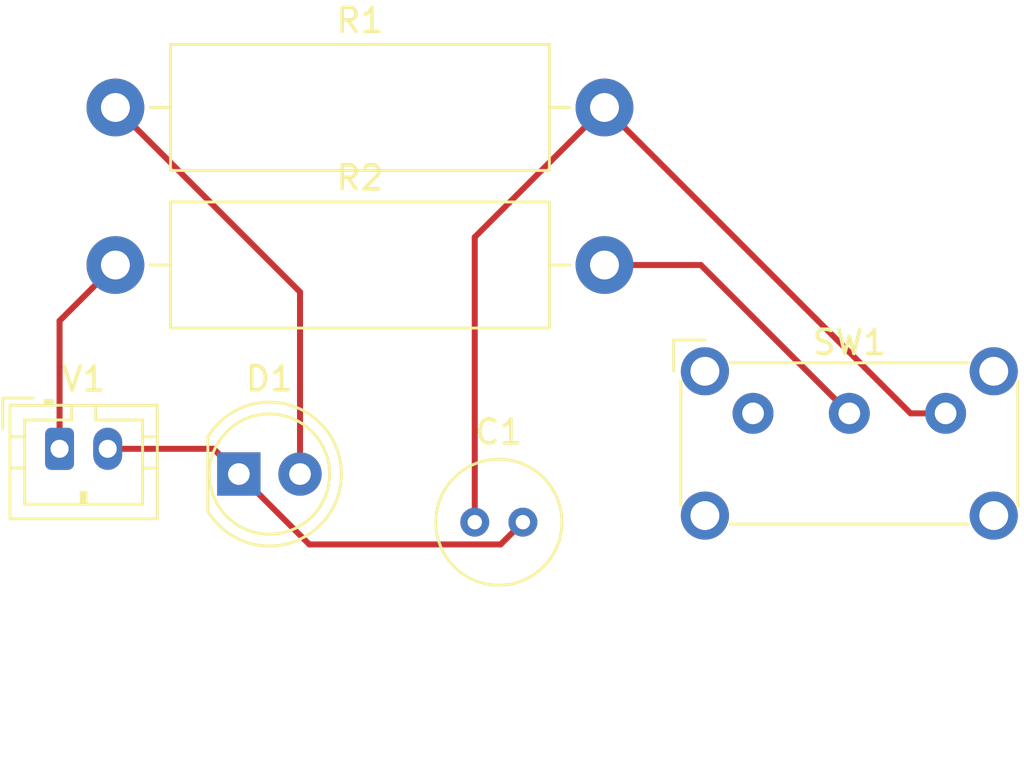
<source format=kicad_pcb>
(kicad_pcb (version 20211014) (generator pcbnew)
  (layers (0 "F.Cu" signal) (31 "B.Cu" signal) (34 "B.Paste" user) (35 "F.Paste" user) (36 "B.SilkS" user "B.Silkscreen") (37 "F.SilkS" user "F.Silkscreen") (38 "B.Mask" user) (39 "F.Mask" user) (44 "Edge.Cuts" user))
  (net 0 "")
  (net 1 "Net-(C1-Pad1)")
  (net 2 "Net-(C1-Pad2)")
  (net 3 "Net-(D1-Pad2)")
  (net 4 "Net-(R2-Pad1)")
  (net 5 "Net-(R2-Pad2)")
  (footprint "Capacitor_THT:C_Radial_D5.0mm_H5.0mm_P2.00mm" (layer "F.Cu") (at 143.959968 103.200556)
    (fp_text reference "C1" (at 1 -3.75) (layer "F.SilkS"))
    (fp_text value "4.7 uF")
    (fp_circle (center 1 0) (end 3.62 0) (layer "F.SilkS") (width 0.12) (fill none))
    (pad "1" thru_hole circle (at 0 0) (size 1.2 1.2) (drill 0.6) (layers *.Cu *.Mask) (net 1 "Net-(C1-Pad1)"))
    (pad "2" thru_hole circle (at 2 0) (size 1.2 1.2) (drill 0.6) (layers *.Cu *.Mask) (net 2 "Net-(C1-Pad2)"))
  )
  (footprint "LED_THT:LED_D5.0mm" (layer "F.Cu") (at 134.159968 101.200556)
    (fp_text reference "D1" (at 1.27 -3.96) (layer "F.SilkS"))
    (fp_text value "LED")
    (fp_line (start -1.29 -1.545) (end -1.29 1.545) (layer "F.SilkS") (width 0.12))
    (fp_arc (start -1.29 -1.54483) (mid 2.072002 -2.880433) (end 4.26 0.000462) (layer "F.SilkS") (width 0.12))
    (fp_arc (start 4.26 -0.000462) (mid 2.072002 2.880433) (end -1.29 1.54483) (layer "F.SilkS") (width 0.12))
    (fp_circle (center 1.27 0) (end 3.77 0) (layer "F.SilkS") (width 0.12) (fill none))
    (pad "1" thru_hole rect (at 0 0) (size 1.8 1.8) (drill 0.9) (layers *.Cu *.Mask) (net 2 "Net-(C1-Pad2)"))
    (pad "2" thru_hole circle (at 2.54 0) (size 1.8 1.8) (drill 0.9) (layers *.Cu *.Mask) (net 3 "Net-(D1-Pad2)"))
  )
  (footprint "Resistor_THT:R_Axial_DIN0516_L15.5mm_D5.0mm_P20.32mm_Horizontal" (layer "F.Cu") (at 129.03 92.51)
    (fp_text reference "R2" (at 10.16 -3.62) (layer "F.SilkS"))
    (fp_text value "2.2 k")
    (fp_line (start 2.29 -2.62) (end 2.29 2.62) (layer "F.SilkS") (width 0.12))
    (fp_line (start 18.03 -2.62) (end 2.29 -2.62) (layer "F.SilkS") (width 0.12))
    (fp_line (start 18.03 2.62) (end 18.03 -2.62) (layer "F.SilkS") (width 0.12))
    (fp_line (start 1.44 0) (end 2.29 0) (layer "F.SilkS") (width 0.12))
    (fp_line (start 18.88 0) (end 18.03 0) (layer "F.SilkS") (width 0.12))
    (fp_line (start 2.29 2.62) (end 18.03 2.62) (layer "F.SilkS") (width 0.12))
    (pad "1" thru_hole circle (at 0 0) (size 2.4 2.4) (drill 1.2) (layers *.Cu *.Mask) (net 4 "Net-(R2-Pad1)"))
    (pad "2" thru_hole oval (at 20.32 0) (size 2.4 2.4) (drill 1.2) (layers *.Cu *.Mask) (net 5 "Net-(R2-Pad2)"))
  )
  (footprint "Button_Switch_THT:SW_E-Switch_EG1224_SPDT_Angled" (layer "F.Cu") (at 155.5225 98.6775)
    (fp_text reference "SW1" (at 4 -2.95) (layer "F.SilkS"))
    (fp_text value "SW_SPDT")
    (fp_line (start -0.95 -2.1) (end 8.95 -2.1) (layer "F.SilkS") (width 0.12))
    (fp_line (start 11 -1.35) (end 11 3.85) (layer "F.SilkS") (width 0.12))
    (fp_line (start -3.3 -3.05) (end -2 -3.05) (layer "F.SilkS") (width 0.12))
    (fp_line (start -3.3 -1.75) (end -3.3 -3.05) (layer "F.SilkS") (width 0.12))
    (fp_line (start -3 3.85) (end -3 -1.35) (layer "F.SilkS") (width 0.12))
    (fp_line (start 8.95 4.6) (end -0.95 4.6) (layer "F.SilkS") (width 0.12))
    (pad "" thru_hole circle (at 10 -1.75) (size 2 2) (drill 1.2) (layers *.Cu *.Mask))
    (pad "" thru_hole circle (at 10 4.25) (size 2 2) (drill 1.2) (layers *.Cu *.Mask))
    (pad "" thru_hole circle (at -2 4.25) (size 2 2) (drill 1.2) (layers *.Cu *.Mask))
    (pad "" thru_hole circle (at -2 -1.75) (size 2 2) (drill 1.2) (layers *.Cu *.Mask))
    (pad "1" thru_hole circle (at 0 0) (size 1.7 1.7) (drill 0.9) (layers *.Cu *.Mask))
    (pad "2" thru_hole circle (at 4 0) (size 1.7 1.7) (drill 0.9) (layers *.Cu *.Mask) (net 5 "Net-(R2-Pad2)"))
    (pad "3" thru_hole circle (at 8 0) (size 1.7 1.7) (drill 0.9) (layers *.Cu *.Mask) (net 1 "Net-(C1-Pad1)"))
  )
  (footprint "Resistor_THT:R_Axial_DIN0516_L15.5mm_D5.0mm_P20.32mm_Horizontal" (layer "F.Cu") (at 129.03 85.96)
    (fp_text reference "R1" (at 10.16 -3.62) (layer "F.SilkS"))
    (fp_text value "20k")
    (fp_line (start 1.44 0) (end 2.29 0) (layer "F.SilkS") (width 0.12))
    (fp_line (start 18.88 0) (end 18.03 0) (layer "F.SilkS") (width 0.12))
    (fp_line (start 2.29 -2.62) (end 2.29 2.62) (layer "F.SilkS") (width 0.12))
    (fp_line (start 18.03 2.62) (end 18.03 -2.62) (layer "F.SilkS") (width 0.12))
    (fp_line (start 18.03 -2.62) (end 2.29 -2.62) (layer "F.SilkS") (width 0.12))
    (fp_line (start 2.29 2.62) (end 18.03 2.62) (layer "F.SilkS") (width 0.12))
    (pad "1" thru_hole circle (at 0 0) (size 2.4 2.4) (drill 1.2) (layers *.Cu *.Mask) (net 3 "Net-(D1-Pad2)"))
    (pad "2" thru_hole oval (at 20.32 0) (size 2.4 2.4) (drill 1.2) (layers *.Cu *.Mask) (net 1 "Net-(C1-Pad1)"))
  )
  (footprint "Connector_JST:JST_PH_B2B-PH-K_1x02_P2.00mm_Vertical" (layer "F.Cu") (at 126.709968 100.150556)
    (fp_text reference "V1" (at 1 -2.9) (layer "F.SilkS"))
    (fp_text value "9V")
    (fp_line (start 1.5 -1.2) (end 1.5 -1.81) (layer "F.SilkS") (width 0.12))
    (fp_line (start 0.9 2.3) (end 0.9 1.8) (layer "F.SilkS") (width 0.12))
    (fp_line (start 0.5 -1.2) (end -1.45 -1.2) (layer "F.SilkS") (width 0.12))
    (fp_line (start 1.1 1.8) (end 1.1 2.3) (layer "F.SilkS") (width 0.12))
    (fp_line (start -0.6 -2.01) (end -0.6 -1.81) (layer "F.SilkS") (width 0.12))
    (fp_line (start 4.06 -0.5) (end 3.45 -0.5) (layer "F.SilkS") (width 0.12))
    (fp_line (start -1.45 -1.2) (end -1.45 2.3) (layer "F.SilkS") (width 0.12))
    (fp_line (start 3.45 -1.2) (end 1.5 -1.2) (layer "F.SilkS") (width 0.12))
    (fp_line (start -2.36 -2.11) (end -2.36 -0.86) (layer "F.SilkS") (width 0.12))
    (fp_line (start -2.06 0.8) (end -1.45 0.8) (layer "F.SilkS") (width 0.12))
    (fp_line (start -0.3 -2.01) (end -0.6 -2.01) (layer "F.SilkS") (width 0.12))
    (fp_line (start 4.06 2.91) (end 4.06 -1.81) (layer "F.SilkS") (width 0.12))
    (fp_line (start -1.11 -2.11) (end -2.36 -2.11) (layer "F.SilkS") (width 0.12))
    (fp_line (start -2.06 2.91) (end 4.06 2.91) (layer "F.SilkS") (width 0.12))
    (fp_line (start 4.06 -1.81) (end -2.06 -1.81) (layer "F.SilkS") (width 0.12))
    (fp_line (start 1 2.3) (end 1 1.8) (layer "F.SilkS") (width 0.12))
    (fp_line (start 4.06 0.8) (end 3.45 0.8) (layer "F.SilkS") (width 0.12))
    (fp_line (start -2.06 -0.5) (end -1.45 -0.5) (layer "F.SilkS") (width 0.12))
    (fp_line (start -0.3 -1.81) (end -0.3 -2.01) (layer "F.SilkS") (width 0.12))
    (fp_line (start 3.45 2.3) (end 3.45 -1.2) (layer "F.SilkS") (width 0.12))
    (fp_line (start 0.9 1.8) (end 1.1 1.8) (layer "F.SilkS") (width 0.12))
    (fp_line (start -0.3 -1.91) (end -0.6 -1.91) (layer "F.SilkS") (width 0.12))
    (fp_line (start -2.06 -1.81) (end -2.06 2.91) (layer "F.SilkS") (width 0.12))
    (fp_line (start -1.45 2.3) (end 3.45 2.3) (layer "F.SilkS") (width 0.12))
    (fp_line (start 0.5 -1.81) (end 0.5 -1.2) (layer "F.SilkS") (width 0.12))
    (pad "1" thru_hole roundrect (at 0 0) (size 1.2 1.75) (drill 0.75) (layers *.Cu *.Mask) (roundrect_rratio 0.208333) (net 4 "Net-(R2-Pad1)"))
    (pad "2" thru_hole oval (at 2 0) (size 1.2 1.75) (drill 0.75) (layers *.Cu *.Mask) (net 2 "Net-(C1-Pad2)"))
  )
  (segment (start 143.959968 91.350032) (end 149.35 85.96) (width 0.25) (layer "F.Cu") (net 1))
  (segment (start 149.35 85.96) (end 162.0675 98.6775) (width 0.25) (layer "F.Cu") (net 1))
  (segment (start 143.959968 103.200556) (end 143.959968 91.350032) (width 0.25) (layer "F.Cu") (net 1))
  (segment (start 162.0675 98.6775) (end 163.5225 98.6775) (width 0.25) (layer "F.Cu") (net 1))
  (segment (start 137.084968 104.125556) (end 134.159968 101.200556) (width 0.25) (layer "F.Cu") (net 2))
  (segment (start 145.034968 104.125556) (end 137.084968 104.125556) (width 0.25) (layer "F.Cu") (net 2))
  (segment (start 133.109968 100.150556) (end 134.159968 101.200556) (width 0.25) (layer "F.Cu") (net 2))
  (segment (start 145.959968 103.200556) (end 145.034968 104.125556) (width 0.25) (layer "F.Cu") (net 2))
  (segment (start 128.709968 100.150556) (end 133.109968 100.150556) (width 0.25) (layer "F.Cu") (net 2))
  (segment (start 136.699968 93.629968) (end 136.699968 101.200556) (width 0.25) (layer "F.Cu") (net 3))
  (segment (start 129.03 85.96) (end 136.699968 93.629968) (width 0.25) (layer "F.Cu") (net 3))
  (segment (start 126.709968 94.830032) (end 129.03 92.51) (width 0.25) (layer "F.Cu") (net 4))
  (segment (start 126.709968 100.150556) (end 126.709968 94.830032) (width 0.25) (layer "F.Cu") (net 4))
  (segment (start 159.5225 98.0125) (end 159.5225 98.6775) (width 0.25) (layer "F.Cu") (net 5))
  (segment (start 149.35 92.51) (end 153.355 92.51) (width 0.25) (layer "F.Cu") (net 5))
  (segment (start 153.355 92.51) (end 159.5225 98.6775) (width 0.25) (layer "F.Cu") (net 5))
)
</source>
